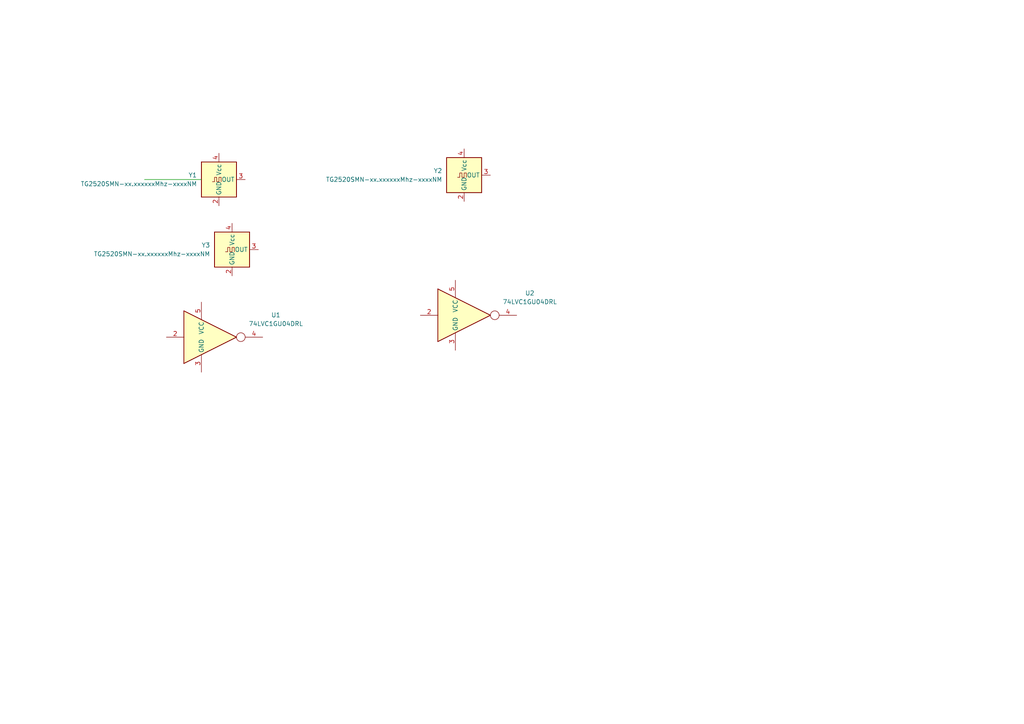
<source format=kicad_sch>
(kicad_sch (version 20250114) (generator "eeschema") (generator_version "9.0")
  (paper "A4")
  (lib_symbols
    (symbol "74xGxx:74LVC1GU04DRL"
      (property "Reference" "U" (at -5.08 10.16 0))
      (property "Value" "74LVC1GU04DRL" (at 17.78 10.16 0))
      (symbol "74LVC1GU04DRL_0_1"
        (rectangle (start -5.08 7.62) (end -5.08 -7.62) (stroke (width 0.254)) (fill (type background)))
        (polyline (pts (xy -5.08 -7.62) (xy 10.16 0) (xy -5.08 7.62)) (stroke (width 0.254)) (fill (type background)))
        (circle (center 11.43 0) (radius 1.27))
      )
      (symbol "74LVC1GU04DRL_1_1"
        (pin input line (at -10.16 0 0) (length 5.08) (name "~") (number "2"))
        (pin power_in line (at 0 10.16 270) (length 5.08) (name "VCC") (number "5"))
        (pin power_in line (at 0 -10.16 90) (length 5.08) (name "GND") (number "3"))
        (pin no_connect line (at 10.16 0 180) (length 5.08) (hide yes) (name "NC") (number "1"))
        (pin output line (at 17.78 0 180) (length 5.08) (name "~") (number "4"))
      )
    )
    (symbol "Oscillator:TG2520SMN-xx.xxxxxxMhz-xxxxNM"
      (property "Reference" "Y" (at -5.08 6.35 0))
      (property "Value" "TG2520SMN-xx.xxxxxxMhz-xxxxNM" (at 1.27 -6.35 0))
      (symbol "TG2520SMN-xx.xxxxxxMhz-xxxxNM_0_1"
        (rectangle (start -5.08 5.08) (end 5.08 -5.08) (stroke (width 0.254)) (fill (type background)))
        (polyline (pts (xy -1.905 -0.635) (xy -1.27 -0.635) (xy -1.27 0.635) (xy -0.635 0.635) (xy -0.635 -0.635) (xy 0 -0.635) (xy 0 0.635) (xy 0.635 0.635) (xy 0.635 -0.635)))
      )
      (symbol "TG2520SMN-xx.xxxxxxMhz-xxxxNM_1_1"
        (pin no_connect line (at -5.08 0 0) (length 2.54) (hide yes) (name "NC") (number "1"))
        (pin power_in line (at 0 7.62 270) (length 2.54) (name "Vcc") (number "4"))
        (pin power_in line (at 0 -7.62 90) (length 2.54) (name "GND") (number "2"))
        (pin output line (at 7.62 0 180) (length 2.54) (name "OUT") (number "3"))
      )
    )
  )
  (wire (pts (xy 41.91 52.07) (xy 58.42 52.07)))
  (symbol (lib_id "74xGxx:74LVC1GU04DRL") (at 58.42 97.79 0) (unit 1)
    (property "Reference" "U1" (at 80.01 91.3698 0))
    (property "Value" "74LVC1GU04DRL" (at 80.01 93.9098 0))
    (property "Footprint" "Package_TO_SOT_SMD:SOT-553" (effects (hide yes)))
    (property "Datasheet" "http://www.ti.com/lit/ds/symlink/sn74lvc1gu04.pdf" (effects (hide yes)))
    (property "Description" "Single Inverter Gate, SOT-553" (effects (hide yes)))
  )
  (symbol (lib_id "74xGxx:74LVC1GU04DRL") (at 132.08 91.44 0) (unit 1)
    (property "Reference" "U2" (at 153.67 85.0198 0))
    (property "Value" "74LVC1GU04DRL" (at 153.67 87.5598 0))
    (property "Footprint" "Package_TO_SOT_SMD:SOT-553" (effects (hide yes)))
    (property "Datasheet" "http://www.ti.com/lit/ds/symlink/sn74lvc1gu04.pdf" (effects (hide yes)))
    (property "Description" "Single Inverter Gate, SOT-553" (effects (hide yes)))
  )
  (symbol (lib_id "Oscillator:TG2520SMN-xx.xxxxxxMhz-xxxxNM") (at 67.31 72.39 0) (unit 1)
    (property "Reference" "Y3" (at 60.96 71.1199 0) (effects (justify right)))
    (property "Value" "TG2520SMN-xx.xxxxxxMhz-xxxxNM" (at 60.96 73.6599 0) (effects (justify right)))
    (property "Footprint" "Oscillator:Oscillator_SMD_SeikoEpson_TG2520SMN-xxx-xxxxxx-4Pin_2.5x2.0mm" (effects (hide yes)))
    (property "Datasheet" "https://support.epson.biz/td/api/doc_check.php?dl=app_TG2520SMN&lang=en" (effects (hide yes)))
    (property "Description" "Crystal Oscillator Low Profile / High Stability TCXO" (effects (hide yes)))
  )
  (symbol (lib_id "Oscillator:TG2520SMN-xx.xxxxxxMhz-xxxxNM") (at 63.5 52.07 0) (unit 1)
    (property "Reference" "Y1" (at 57.15 50.7999 0) (effects (justify right)))
    (property "Value" "TG2520SMN-xx.xxxxxxMhz-xxxxNM" (at 57.15 53.3399 0) (effects (justify right)))
    (property "Footprint" "Oscillator:Oscillator_SMD_SeikoEpson_TG2520SMN-xxx-xxxxxx-4Pin_2.5x2.0mm" (effects (hide yes)))
    (property "Datasheet" "https://support.epson.biz/td/api/doc_check.php?dl=app_TG2520SMN&lang=en" (effects (hide yes)))
    (property "Description" "Crystal Oscillator Low Profile / High Stability TCXO" (effects (hide yes)))
  )
  (symbol (lib_id "Oscillator:TG2520SMN-xx.xxxxxxMhz-xxxxNM") (at 134.62 50.8 0) (unit 1)
    (property "Reference" "Y2" (at 128.27 49.5299 0) (effects (justify right)))
    (property "Value" "TG2520SMN-xx.xxxxxxMhz-xxxxNM" (at 128.27 52.0699 0) (effects (justify right)))
    (property "Footprint" "Oscillator:Oscillator_SMD_SeikoEpson_TG2520SMN-xxx-xxxxxx-4Pin_2.5x2.0mm" (effects (hide yes)))
    (property "Datasheet" "https://support.epson.biz/td/api/doc_check.php?dl=app_TG2520SMN&lang=en" (effects (hide yes)))
    (property "Description" "Crystal Oscillator Low Profile / High Stability TCXO" (effects (hide yes)))
  )
)
</source>
